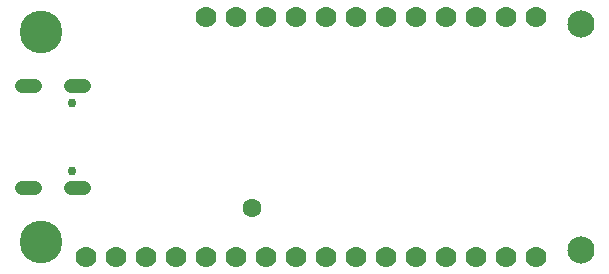
<source format=gbr>
G04 EAGLE Gerber RS-274X export*
G75*
%MOMM*%
%FSLAX34Y34*%
%LPD*%
%INSoldermask Bottom*%
%IPPOS*%
%AMOC8*
5,1,8,0,0,1.08239X$1,22.5*%
G01*
%ADD10C,2.301600*%
%ADD11C,3.617600*%
%ADD12C,1.778000*%
%ADD13C,1.209600*%
%ADD14C,0.751600*%
%ADD15C,1.601600*%


D10*
X482600Y18415D03*
X482600Y209550D03*
D11*
X25400Y203200D03*
X25400Y25400D03*
D12*
X444500Y12700D03*
X419100Y12700D03*
X393700Y12700D03*
X368300Y12700D03*
X342900Y12700D03*
X317500Y12700D03*
X292100Y12700D03*
X266700Y12700D03*
X241300Y12700D03*
X215900Y12700D03*
X190500Y12700D03*
X165100Y12700D03*
X139700Y12700D03*
X114300Y12700D03*
X88900Y12700D03*
X63500Y12700D03*
X165100Y215900D03*
X190500Y215900D03*
X215900Y215900D03*
X241300Y215900D03*
X266700Y215900D03*
X292100Y215900D03*
X317500Y215900D03*
X342900Y215900D03*
X368300Y215900D03*
X393700Y215900D03*
X419100Y215900D03*
X444500Y215900D03*
D13*
X20110Y157500D02*
X9030Y157500D01*
X9030Y71100D02*
X20110Y71100D01*
X50830Y71100D02*
X61910Y71100D01*
X61910Y157500D02*
X50830Y157500D01*
D14*
X51370Y85400D03*
X51370Y143200D03*
D15*
X204470Y54102D03*
M02*

</source>
